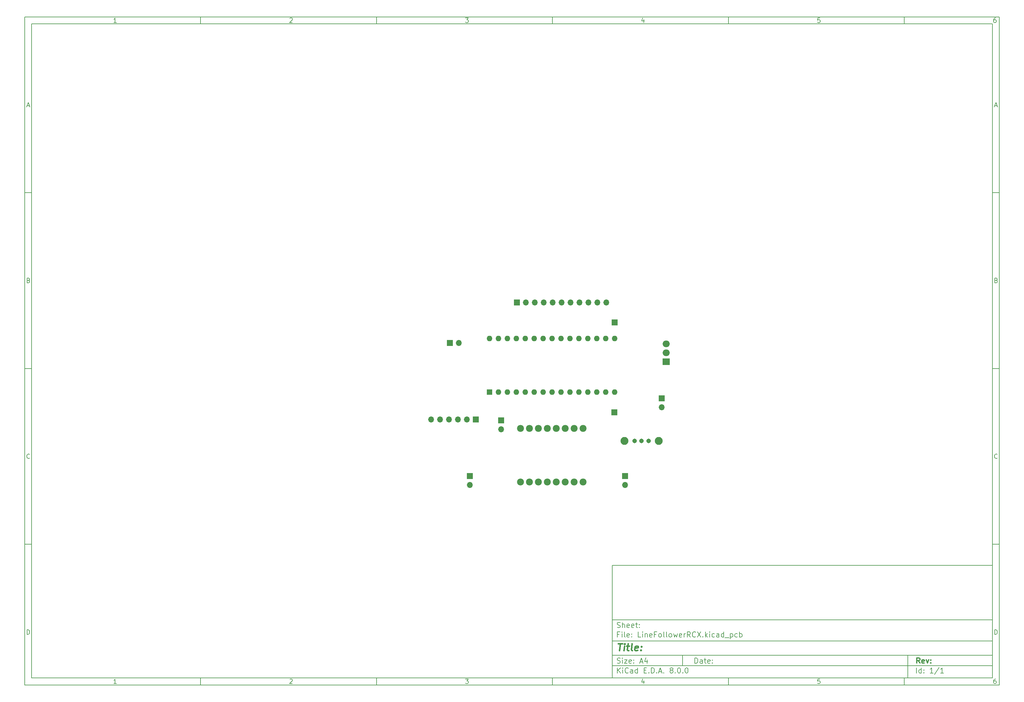
<source format=gbr>
%TF.GenerationSoftware,KiCad,Pcbnew,8.0.0*%
%TF.CreationDate,2024-06-20T13:21:25-03:00*%
%TF.ProjectId,LineFollowerRCX,4c696e65-466f-46c6-9c6f-776572524358,rev?*%
%TF.SameCoordinates,Original*%
%TF.FileFunction,Copper,L2,Bot*%
%TF.FilePolarity,Positive*%
%FSLAX46Y46*%
G04 Gerber Fmt 4.6, Leading zero omitted, Abs format (unit mm)*
G04 Created by KiCad (PCBNEW 8.0.0) date 2024-06-20 13:21:25*
%MOMM*%
%LPD*%
G01*
G04 APERTURE LIST*
%ADD10C,0.100000*%
%ADD11C,0.150000*%
%ADD12C,0.300000*%
%ADD13C,0.400000*%
%TA.AperFunction,ComponentPad*%
%ADD14C,1.980000*%
%TD*%
%TA.AperFunction,ComponentPad*%
%ADD15R,1.700000X1.700000*%
%TD*%
%TA.AperFunction,ComponentPad*%
%ADD16R,1.600000X1.600000*%
%TD*%
%TA.AperFunction,ComponentPad*%
%ADD17O,1.600000X1.600000*%
%TD*%
%TA.AperFunction,ComponentPad*%
%ADD18O,1.700000X1.700000*%
%TD*%
%TA.AperFunction,ComponentPad*%
%ADD19R,2.000000X1.905000*%
%TD*%
%TA.AperFunction,ComponentPad*%
%ADD20O,2.000000X1.905000*%
%TD*%
%TA.AperFunction,ComponentPad*%
%ADD21C,1.308000*%
%TD*%
%TA.AperFunction,ComponentPad*%
%ADD22C,2.250000*%
%TD*%
G04 APERTURE END LIST*
D10*
D11*
X177002200Y-166007200D02*
X285002200Y-166007200D01*
X285002200Y-198007200D01*
X177002200Y-198007200D01*
X177002200Y-166007200D01*
D10*
D11*
X10000000Y-10000000D02*
X287002200Y-10000000D01*
X287002200Y-200007200D01*
X10000000Y-200007200D01*
X10000000Y-10000000D01*
D10*
D11*
X12000000Y-12000000D02*
X285002200Y-12000000D01*
X285002200Y-198007200D01*
X12000000Y-198007200D01*
X12000000Y-12000000D01*
D10*
D11*
X60000000Y-12000000D02*
X60000000Y-10000000D01*
D10*
D11*
X110000000Y-12000000D02*
X110000000Y-10000000D01*
D10*
D11*
X160000000Y-12000000D02*
X160000000Y-10000000D01*
D10*
D11*
X210000000Y-12000000D02*
X210000000Y-10000000D01*
D10*
D11*
X260000000Y-12000000D02*
X260000000Y-10000000D01*
D10*
D11*
X36089160Y-11593604D02*
X35346303Y-11593604D01*
X35717731Y-11593604D02*
X35717731Y-10293604D01*
X35717731Y-10293604D02*
X35593922Y-10479319D01*
X35593922Y-10479319D02*
X35470112Y-10603128D01*
X35470112Y-10603128D02*
X35346303Y-10665033D01*
D10*
D11*
X85346303Y-10417414D02*
X85408207Y-10355509D01*
X85408207Y-10355509D02*
X85532017Y-10293604D01*
X85532017Y-10293604D02*
X85841541Y-10293604D01*
X85841541Y-10293604D02*
X85965350Y-10355509D01*
X85965350Y-10355509D02*
X86027255Y-10417414D01*
X86027255Y-10417414D02*
X86089160Y-10541223D01*
X86089160Y-10541223D02*
X86089160Y-10665033D01*
X86089160Y-10665033D02*
X86027255Y-10850747D01*
X86027255Y-10850747D02*
X85284398Y-11593604D01*
X85284398Y-11593604D02*
X86089160Y-11593604D01*
D10*
D11*
X135284398Y-10293604D02*
X136089160Y-10293604D01*
X136089160Y-10293604D02*
X135655826Y-10788842D01*
X135655826Y-10788842D02*
X135841541Y-10788842D01*
X135841541Y-10788842D02*
X135965350Y-10850747D01*
X135965350Y-10850747D02*
X136027255Y-10912652D01*
X136027255Y-10912652D02*
X136089160Y-11036461D01*
X136089160Y-11036461D02*
X136089160Y-11345985D01*
X136089160Y-11345985D02*
X136027255Y-11469795D01*
X136027255Y-11469795D02*
X135965350Y-11531700D01*
X135965350Y-11531700D02*
X135841541Y-11593604D01*
X135841541Y-11593604D02*
X135470112Y-11593604D01*
X135470112Y-11593604D02*
X135346303Y-11531700D01*
X135346303Y-11531700D02*
X135284398Y-11469795D01*
D10*
D11*
X185965350Y-10726938D02*
X185965350Y-11593604D01*
X185655826Y-10231700D02*
X185346303Y-11160271D01*
X185346303Y-11160271D02*
X186151064Y-11160271D01*
D10*
D11*
X236027255Y-10293604D02*
X235408207Y-10293604D01*
X235408207Y-10293604D02*
X235346303Y-10912652D01*
X235346303Y-10912652D02*
X235408207Y-10850747D01*
X235408207Y-10850747D02*
X235532017Y-10788842D01*
X235532017Y-10788842D02*
X235841541Y-10788842D01*
X235841541Y-10788842D02*
X235965350Y-10850747D01*
X235965350Y-10850747D02*
X236027255Y-10912652D01*
X236027255Y-10912652D02*
X236089160Y-11036461D01*
X236089160Y-11036461D02*
X236089160Y-11345985D01*
X236089160Y-11345985D02*
X236027255Y-11469795D01*
X236027255Y-11469795D02*
X235965350Y-11531700D01*
X235965350Y-11531700D02*
X235841541Y-11593604D01*
X235841541Y-11593604D02*
X235532017Y-11593604D01*
X235532017Y-11593604D02*
X235408207Y-11531700D01*
X235408207Y-11531700D02*
X235346303Y-11469795D01*
D10*
D11*
X285965350Y-10293604D02*
X285717731Y-10293604D01*
X285717731Y-10293604D02*
X285593922Y-10355509D01*
X285593922Y-10355509D02*
X285532017Y-10417414D01*
X285532017Y-10417414D02*
X285408207Y-10603128D01*
X285408207Y-10603128D02*
X285346303Y-10850747D01*
X285346303Y-10850747D02*
X285346303Y-11345985D01*
X285346303Y-11345985D02*
X285408207Y-11469795D01*
X285408207Y-11469795D02*
X285470112Y-11531700D01*
X285470112Y-11531700D02*
X285593922Y-11593604D01*
X285593922Y-11593604D02*
X285841541Y-11593604D01*
X285841541Y-11593604D02*
X285965350Y-11531700D01*
X285965350Y-11531700D02*
X286027255Y-11469795D01*
X286027255Y-11469795D02*
X286089160Y-11345985D01*
X286089160Y-11345985D02*
X286089160Y-11036461D01*
X286089160Y-11036461D02*
X286027255Y-10912652D01*
X286027255Y-10912652D02*
X285965350Y-10850747D01*
X285965350Y-10850747D02*
X285841541Y-10788842D01*
X285841541Y-10788842D02*
X285593922Y-10788842D01*
X285593922Y-10788842D02*
X285470112Y-10850747D01*
X285470112Y-10850747D02*
X285408207Y-10912652D01*
X285408207Y-10912652D02*
X285346303Y-11036461D01*
D10*
D11*
X60000000Y-198007200D02*
X60000000Y-200007200D01*
D10*
D11*
X110000000Y-198007200D02*
X110000000Y-200007200D01*
D10*
D11*
X160000000Y-198007200D02*
X160000000Y-200007200D01*
D10*
D11*
X210000000Y-198007200D02*
X210000000Y-200007200D01*
D10*
D11*
X260000000Y-198007200D02*
X260000000Y-200007200D01*
D10*
D11*
X36089160Y-199600804D02*
X35346303Y-199600804D01*
X35717731Y-199600804D02*
X35717731Y-198300804D01*
X35717731Y-198300804D02*
X35593922Y-198486519D01*
X35593922Y-198486519D02*
X35470112Y-198610328D01*
X35470112Y-198610328D02*
X35346303Y-198672233D01*
D10*
D11*
X85346303Y-198424614D02*
X85408207Y-198362709D01*
X85408207Y-198362709D02*
X85532017Y-198300804D01*
X85532017Y-198300804D02*
X85841541Y-198300804D01*
X85841541Y-198300804D02*
X85965350Y-198362709D01*
X85965350Y-198362709D02*
X86027255Y-198424614D01*
X86027255Y-198424614D02*
X86089160Y-198548423D01*
X86089160Y-198548423D02*
X86089160Y-198672233D01*
X86089160Y-198672233D02*
X86027255Y-198857947D01*
X86027255Y-198857947D02*
X85284398Y-199600804D01*
X85284398Y-199600804D02*
X86089160Y-199600804D01*
D10*
D11*
X135284398Y-198300804D02*
X136089160Y-198300804D01*
X136089160Y-198300804D02*
X135655826Y-198796042D01*
X135655826Y-198796042D02*
X135841541Y-198796042D01*
X135841541Y-198796042D02*
X135965350Y-198857947D01*
X135965350Y-198857947D02*
X136027255Y-198919852D01*
X136027255Y-198919852D02*
X136089160Y-199043661D01*
X136089160Y-199043661D02*
X136089160Y-199353185D01*
X136089160Y-199353185D02*
X136027255Y-199476995D01*
X136027255Y-199476995D02*
X135965350Y-199538900D01*
X135965350Y-199538900D02*
X135841541Y-199600804D01*
X135841541Y-199600804D02*
X135470112Y-199600804D01*
X135470112Y-199600804D02*
X135346303Y-199538900D01*
X135346303Y-199538900D02*
X135284398Y-199476995D01*
D10*
D11*
X185965350Y-198734138D02*
X185965350Y-199600804D01*
X185655826Y-198238900D02*
X185346303Y-199167471D01*
X185346303Y-199167471D02*
X186151064Y-199167471D01*
D10*
D11*
X236027255Y-198300804D02*
X235408207Y-198300804D01*
X235408207Y-198300804D02*
X235346303Y-198919852D01*
X235346303Y-198919852D02*
X235408207Y-198857947D01*
X235408207Y-198857947D02*
X235532017Y-198796042D01*
X235532017Y-198796042D02*
X235841541Y-198796042D01*
X235841541Y-198796042D02*
X235965350Y-198857947D01*
X235965350Y-198857947D02*
X236027255Y-198919852D01*
X236027255Y-198919852D02*
X236089160Y-199043661D01*
X236089160Y-199043661D02*
X236089160Y-199353185D01*
X236089160Y-199353185D02*
X236027255Y-199476995D01*
X236027255Y-199476995D02*
X235965350Y-199538900D01*
X235965350Y-199538900D02*
X235841541Y-199600804D01*
X235841541Y-199600804D02*
X235532017Y-199600804D01*
X235532017Y-199600804D02*
X235408207Y-199538900D01*
X235408207Y-199538900D02*
X235346303Y-199476995D01*
D10*
D11*
X285965350Y-198300804D02*
X285717731Y-198300804D01*
X285717731Y-198300804D02*
X285593922Y-198362709D01*
X285593922Y-198362709D02*
X285532017Y-198424614D01*
X285532017Y-198424614D02*
X285408207Y-198610328D01*
X285408207Y-198610328D02*
X285346303Y-198857947D01*
X285346303Y-198857947D02*
X285346303Y-199353185D01*
X285346303Y-199353185D02*
X285408207Y-199476995D01*
X285408207Y-199476995D02*
X285470112Y-199538900D01*
X285470112Y-199538900D02*
X285593922Y-199600804D01*
X285593922Y-199600804D02*
X285841541Y-199600804D01*
X285841541Y-199600804D02*
X285965350Y-199538900D01*
X285965350Y-199538900D02*
X286027255Y-199476995D01*
X286027255Y-199476995D02*
X286089160Y-199353185D01*
X286089160Y-199353185D02*
X286089160Y-199043661D01*
X286089160Y-199043661D02*
X286027255Y-198919852D01*
X286027255Y-198919852D02*
X285965350Y-198857947D01*
X285965350Y-198857947D02*
X285841541Y-198796042D01*
X285841541Y-198796042D02*
X285593922Y-198796042D01*
X285593922Y-198796042D02*
X285470112Y-198857947D01*
X285470112Y-198857947D02*
X285408207Y-198919852D01*
X285408207Y-198919852D02*
X285346303Y-199043661D01*
D10*
D11*
X10000000Y-60000000D02*
X12000000Y-60000000D01*
D10*
D11*
X10000000Y-110000000D02*
X12000000Y-110000000D01*
D10*
D11*
X10000000Y-160000000D02*
X12000000Y-160000000D01*
D10*
D11*
X10690476Y-35222176D02*
X11309523Y-35222176D01*
X10566666Y-35593604D02*
X10999999Y-34293604D01*
X10999999Y-34293604D02*
X11433333Y-35593604D01*
D10*
D11*
X11092857Y-84912652D02*
X11278571Y-84974557D01*
X11278571Y-84974557D02*
X11340476Y-85036461D01*
X11340476Y-85036461D02*
X11402380Y-85160271D01*
X11402380Y-85160271D02*
X11402380Y-85345985D01*
X11402380Y-85345985D02*
X11340476Y-85469795D01*
X11340476Y-85469795D02*
X11278571Y-85531700D01*
X11278571Y-85531700D02*
X11154761Y-85593604D01*
X11154761Y-85593604D02*
X10659523Y-85593604D01*
X10659523Y-85593604D02*
X10659523Y-84293604D01*
X10659523Y-84293604D02*
X11092857Y-84293604D01*
X11092857Y-84293604D02*
X11216666Y-84355509D01*
X11216666Y-84355509D02*
X11278571Y-84417414D01*
X11278571Y-84417414D02*
X11340476Y-84541223D01*
X11340476Y-84541223D02*
X11340476Y-84665033D01*
X11340476Y-84665033D02*
X11278571Y-84788842D01*
X11278571Y-84788842D02*
X11216666Y-84850747D01*
X11216666Y-84850747D02*
X11092857Y-84912652D01*
X11092857Y-84912652D02*
X10659523Y-84912652D01*
D10*
D11*
X11402380Y-135469795D02*
X11340476Y-135531700D01*
X11340476Y-135531700D02*
X11154761Y-135593604D01*
X11154761Y-135593604D02*
X11030952Y-135593604D01*
X11030952Y-135593604D02*
X10845238Y-135531700D01*
X10845238Y-135531700D02*
X10721428Y-135407890D01*
X10721428Y-135407890D02*
X10659523Y-135284080D01*
X10659523Y-135284080D02*
X10597619Y-135036461D01*
X10597619Y-135036461D02*
X10597619Y-134850747D01*
X10597619Y-134850747D02*
X10659523Y-134603128D01*
X10659523Y-134603128D02*
X10721428Y-134479319D01*
X10721428Y-134479319D02*
X10845238Y-134355509D01*
X10845238Y-134355509D02*
X11030952Y-134293604D01*
X11030952Y-134293604D02*
X11154761Y-134293604D01*
X11154761Y-134293604D02*
X11340476Y-134355509D01*
X11340476Y-134355509D02*
X11402380Y-134417414D01*
D10*
D11*
X10659523Y-185593604D02*
X10659523Y-184293604D01*
X10659523Y-184293604D02*
X10969047Y-184293604D01*
X10969047Y-184293604D02*
X11154761Y-184355509D01*
X11154761Y-184355509D02*
X11278571Y-184479319D01*
X11278571Y-184479319D02*
X11340476Y-184603128D01*
X11340476Y-184603128D02*
X11402380Y-184850747D01*
X11402380Y-184850747D02*
X11402380Y-185036461D01*
X11402380Y-185036461D02*
X11340476Y-185284080D01*
X11340476Y-185284080D02*
X11278571Y-185407890D01*
X11278571Y-185407890D02*
X11154761Y-185531700D01*
X11154761Y-185531700D02*
X10969047Y-185593604D01*
X10969047Y-185593604D02*
X10659523Y-185593604D01*
D10*
D11*
X287002200Y-60000000D02*
X285002200Y-60000000D01*
D10*
D11*
X287002200Y-110000000D02*
X285002200Y-110000000D01*
D10*
D11*
X287002200Y-160000000D02*
X285002200Y-160000000D01*
D10*
D11*
X285692676Y-35222176D02*
X286311723Y-35222176D01*
X285568866Y-35593604D02*
X286002199Y-34293604D01*
X286002199Y-34293604D02*
X286435533Y-35593604D01*
D10*
D11*
X286095057Y-84912652D02*
X286280771Y-84974557D01*
X286280771Y-84974557D02*
X286342676Y-85036461D01*
X286342676Y-85036461D02*
X286404580Y-85160271D01*
X286404580Y-85160271D02*
X286404580Y-85345985D01*
X286404580Y-85345985D02*
X286342676Y-85469795D01*
X286342676Y-85469795D02*
X286280771Y-85531700D01*
X286280771Y-85531700D02*
X286156961Y-85593604D01*
X286156961Y-85593604D02*
X285661723Y-85593604D01*
X285661723Y-85593604D02*
X285661723Y-84293604D01*
X285661723Y-84293604D02*
X286095057Y-84293604D01*
X286095057Y-84293604D02*
X286218866Y-84355509D01*
X286218866Y-84355509D02*
X286280771Y-84417414D01*
X286280771Y-84417414D02*
X286342676Y-84541223D01*
X286342676Y-84541223D02*
X286342676Y-84665033D01*
X286342676Y-84665033D02*
X286280771Y-84788842D01*
X286280771Y-84788842D02*
X286218866Y-84850747D01*
X286218866Y-84850747D02*
X286095057Y-84912652D01*
X286095057Y-84912652D02*
X285661723Y-84912652D01*
D10*
D11*
X286404580Y-135469795D02*
X286342676Y-135531700D01*
X286342676Y-135531700D02*
X286156961Y-135593604D01*
X286156961Y-135593604D02*
X286033152Y-135593604D01*
X286033152Y-135593604D02*
X285847438Y-135531700D01*
X285847438Y-135531700D02*
X285723628Y-135407890D01*
X285723628Y-135407890D02*
X285661723Y-135284080D01*
X285661723Y-135284080D02*
X285599819Y-135036461D01*
X285599819Y-135036461D02*
X285599819Y-134850747D01*
X285599819Y-134850747D02*
X285661723Y-134603128D01*
X285661723Y-134603128D02*
X285723628Y-134479319D01*
X285723628Y-134479319D02*
X285847438Y-134355509D01*
X285847438Y-134355509D02*
X286033152Y-134293604D01*
X286033152Y-134293604D02*
X286156961Y-134293604D01*
X286156961Y-134293604D02*
X286342676Y-134355509D01*
X286342676Y-134355509D02*
X286404580Y-134417414D01*
D10*
D11*
X285661723Y-185593604D02*
X285661723Y-184293604D01*
X285661723Y-184293604D02*
X285971247Y-184293604D01*
X285971247Y-184293604D02*
X286156961Y-184355509D01*
X286156961Y-184355509D02*
X286280771Y-184479319D01*
X286280771Y-184479319D02*
X286342676Y-184603128D01*
X286342676Y-184603128D02*
X286404580Y-184850747D01*
X286404580Y-184850747D02*
X286404580Y-185036461D01*
X286404580Y-185036461D02*
X286342676Y-185284080D01*
X286342676Y-185284080D02*
X286280771Y-185407890D01*
X286280771Y-185407890D02*
X286156961Y-185531700D01*
X286156961Y-185531700D02*
X285971247Y-185593604D01*
X285971247Y-185593604D02*
X285661723Y-185593604D01*
D10*
D11*
X200458026Y-193793328D02*
X200458026Y-192293328D01*
X200458026Y-192293328D02*
X200815169Y-192293328D01*
X200815169Y-192293328D02*
X201029455Y-192364757D01*
X201029455Y-192364757D02*
X201172312Y-192507614D01*
X201172312Y-192507614D02*
X201243741Y-192650471D01*
X201243741Y-192650471D02*
X201315169Y-192936185D01*
X201315169Y-192936185D02*
X201315169Y-193150471D01*
X201315169Y-193150471D02*
X201243741Y-193436185D01*
X201243741Y-193436185D02*
X201172312Y-193579042D01*
X201172312Y-193579042D02*
X201029455Y-193721900D01*
X201029455Y-193721900D02*
X200815169Y-193793328D01*
X200815169Y-193793328D02*
X200458026Y-193793328D01*
X202600884Y-193793328D02*
X202600884Y-193007614D01*
X202600884Y-193007614D02*
X202529455Y-192864757D01*
X202529455Y-192864757D02*
X202386598Y-192793328D01*
X202386598Y-192793328D02*
X202100884Y-192793328D01*
X202100884Y-192793328D02*
X201958026Y-192864757D01*
X202600884Y-193721900D02*
X202458026Y-193793328D01*
X202458026Y-193793328D02*
X202100884Y-193793328D01*
X202100884Y-193793328D02*
X201958026Y-193721900D01*
X201958026Y-193721900D02*
X201886598Y-193579042D01*
X201886598Y-193579042D02*
X201886598Y-193436185D01*
X201886598Y-193436185D02*
X201958026Y-193293328D01*
X201958026Y-193293328D02*
X202100884Y-193221900D01*
X202100884Y-193221900D02*
X202458026Y-193221900D01*
X202458026Y-193221900D02*
X202600884Y-193150471D01*
X203100884Y-192793328D02*
X203672312Y-192793328D01*
X203315169Y-192293328D02*
X203315169Y-193579042D01*
X203315169Y-193579042D02*
X203386598Y-193721900D01*
X203386598Y-193721900D02*
X203529455Y-193793328D01*
X203529455Y-193793328D02*
X203672312Y-193793328D01*
X204743741Y-193721900D02*
X204600884Y-193793328D01*
X204600884Y-193793328D02*
X204315170Y-193793328D01*
X204315170Y-193793328D02*
X204172312Y-193721900D01*
X204172312Y-193721900D02*
X204100884Y-193579042D01*
X204100884Y-193579042D02*
X204100884Y-193007614D01*
X204100884Y-193007614D02*
X204172312Y-192864757D01*
X204172312Y-192864757D02*
X204315170Y-192793328D01*
X204315170Y-192793328D02*
X204600884Y-192793328D01*
X204600884Y-192793328D02*
X204743741Y-192864757D01*
X204743741Y-192864757D02*
X204815170Y-193007614D01*
X204815170Y-193007614D02*
X204815170Y-193150471D01*
X204815170Y-193150471D02*
X204100884Y-193293328D01*
X205458026Y-193650471D02*
X205529455Y-193721900D01*
X205529455Y-193721900D02*
X205458026Y-193793328D01*
X205458026Y-193793328D02*
X205386598Y-193721900D01*
X205386598Y-193721900D02*
X205458026Y-193650471D01*
X205458026Y-193650471D02*
X205458026Y-193793328D01*
X205458026Y-192864757D02*
X205529455Y-192936185D01*
X205529455Y-192936185D02*
X205458026Y-193007614D01*
X205458026Y-193007614D02*
X205386598Y-192936185D01*
X205386598Y-192936185D02*
X205458026Y-192864757D01*
X205458026Y-192864757D02*
X205458026Y-193007614D01*
D10*
D11*
X177002200Y-194507200D02*
X285002200Y-194507200D01*
D10*
D11*
X178458026Y-196593328D02*
X178458026Y-195093328D01*
X179315169Y-196593328D02*
X178672312Y-195736185D01*
X179315169Y-195093328D02*
X178458026Y-195950471D01*
X179958026Y-196593328D02*
X179958026Y-195593328D01*
X179958026Y-195093328D02*
X179886598Y-195164757D01*
X179886598Y-195164757D02*
X179958026Y-195236185D01*
X179958026Y-195236185D02*
X180029455Y-195164757D01*
X180029455Y-195164757D02*
X179958026Y-195093328D01*
X179958026Y-195093328D02*
X179958026Y-195236185D01*
X181529455Y-196450471D02*
X181458027Y-196521900D01*
X181458027Y-196521900D02*
X181243741Y-196593328D01*
X181243741Y-196593328D02*
X181100884Y-196593328D01*
X181100884Y-196593328D02*
X180886598Y-196521900D01*
X180886598Y-196521900D02*
X180743741Y-196379042D01*
X180743741Y-196379042D02*
X180672312Y-196236185D01*
X180672312Y-196236185D02*
X180600884Y-195950471D01*
X180600884Y-195950471D02*
X180600884Y-195736185D01*
X180600884Y-195736185D02*
X180672312Y-195450471D01*
X180672312Y-195450471D02*
X180743741Y-195307614D01*
X180743741Y-195307614D02*
X180886598Y-195164757D01*
X180886598Y-195164757D02*
X181100884Y-195093328D01*
X181100884Y-195093328D02*
X181243741Y-195093328D01*
X181243741Y-195093328D02*
X181458027Y-195164757D01*
X181458027Y-195164757D02*
X181529455Y-195236185D01*
X182815170Y-196593328D02*
X182815170Y-195807614D01*
X182815170Y-195807614D02*
X182743741Y-195664757D01*
X182743741Y-195664757D02*
X182600884Y-195593328D01*
X182600884Y-195593328D02*
X182315170Y-195593328D01*
X182315170Y-195593328D02*
X182172312Y-195664757D01*
X182815170Y-196521900D02*
X182672312Y-196593328D01*
X182672312Y-196593328D02*
X182315170Y-196593328D01*
X182315170Y-196593328D02*
X182172312Y-196521900D01*
X182172312Y-196521900D02*
X182100884Y-196379042D01*
X182100884Y-196379042D02*
X182100884Y-196236185D01*
X182100884Y-196236185D02*
X182172312Y-196093328D01*
X182172312Y-196093328D02*
X182315170Y-196021900D01*
X182315170Y-196021900D02*
X182672312Y-196021900D01*
X182672312Y-196021900D02*
X182815170Y-195950471D01*
X184172313Y-196593328D02*
X184172313Y-195093328D01*
X184172313Y-196521900D02*
X184029455Y-196593328D01*
X184029455Y-196593328D02*
X183743741Y-196593328D01*
X183743741Y-196593328D02*
X183600884Y-196521900D01*
X183600884Y-196521900D02*
X183529455Y-196450471D01*
X183529455Y-196450471D02*
X183458027Y-196307614D01*
X183458027Y-196307614D02*
X183458027Y-195879042D01*
X183458027Y-195879042D02*
X183529455Y-195736185D01*
X183529455Y-195736185D02*
X183600884Y-195664757D01*
X183600884Y-195664757D02*
X183743741Y-195593328D01*
X183743741Y-195593328D02*
X184029455Y-195593328D01*
X184029455Y-195593328D02*
X184172313Y-195664757D01*
X186029455Y-195807614D02*
X186529455Y-195807614D01*
X186743741Y-196593328D02*
X186029455Y-196593328D01*
X186029455Y-196593328D02*
X186029455Y-195093328D01*
X186029455Y-195093328D02*
X186743741Y-195093328D01*
X187386598Y-196450471D02*
X187458027Y-196521900D01*
X187458027Y-196521900D02*
X187386598Y-196593328D01*
X187386598Y-196593328D02*
X187315170Y-196521900D01*
X187315170Y-196521900D02*
X187386598Y-196450471D01*
X187386598Y-196450471D02*
X187386598Y-196593328D01*
X188100884Y-196593328D02*
X188100884Y-195093328D01*
X188100884Y-195093328D02*
X188458027Y-195093328D01*
X188458027Y-195093328D02*
X188672313Y-195164757D01*
X188672313Y-195164757D02*
X188815170Y-195307614D01*
X188815170Y-195307614D02*
X188886599Y-195450471D01*
X188886599Y-195450471D02*
X188958027Y-195736185D01*
X188958027Y-195736185D02*
X188958027Y-195950471D01*
X188958027Y-195950471D02*
X188886599Y-196236185D01*
X188886599Y-196236185D02*
X188815170Y-196379042D01*
X188815170Y-196379042D02*
X188672313Y-196521900D01*
X188672313Y-196521900D02*
X188458027Y-196593328D01*
X188458027Y-196593328D02*
X188100884Y-196593328D01*
X189600884Y-196450471D02*
X189672313Y-196521900D01*
X189672313Y-196521900D02*
X189600884Y-196593328D01*
X189600884Y-196593328D02*
X189529456Y-196521900D01*
X189529456Y-196521900D02*
X189600884Y-196450471D01*
X189600884Y-196450471D02*
X189600884Y-196593328D01*
X190243742Y-196164757D02*
X190958028Y-196164757D01*
X190100885Y-196593328D02*
X190600885Y-195093328D01*
X190600885Y-195093328D02*
X191100885Y-196593328D01*
X191600884Y-196450471D02*
X191672313Y-196521900D01*
X191672313Y-196521900D02*
X191600884Y-196593328D01*
X191600884Y-196593328D02*
X191529456Y-196521900D01*
X191529456Y-196521900D02*
X191600884Y-196450471D01*
X191600884Y-196450471D02*
X191600884Y-196593328D01*
X193672313Y-195736185D02*
X193529456Y-195664757D01*
X193529456Y-195664757D02*
X193458027Y-195593328D01*
X193458027Y-195593328D02*
X193386599Y-195450471D01*
X193386599Y-195450471D02*
X193386599Y-195379042D01*
X193386599Y-195379042D02*
X193458027Y-195236185D01*
X193458027Y-195236185D02*
X193529456Y-195164757D01*
X193529456Y-195164757D02*
X193672313Y-195093328D01*
X193672313Y-195093328D02*
X193958027Y-195093328D01*
X193958027Y-195093328D02*
X194100885Y-195164757D01*
X194100885Y-195164757D02*
X194172313Y-195236185D01*
X194172313Y-195236185D02*
X194243742Y-195379042D01*
X194243742Y-195379042D02*
X194243742Y-195450471D01*
X194243742Y-195450471D02*
X194172313Y-195593328D01*
X194172313Y-195593328D02*
X194100885Y-195664757D01*
X194100885Y-195664757D02*
X193958027Y-195736185D01*
X193958027Y-195736185D02*
X193672313Y-195736185D01*
X193672313Y-195736185D02*
X193529456Y-195807614D01*
X193529456Y-195807614D02*
X193458027Y-195879042D01*
X193458027Y-195879042D02*
X193386599Y-196021900D01*
X193386599Y-196021900D02*
X193386599Y-196307614D01*
X193386599Y-196307614D02*
X193458027Y-196450471D01*
X193458027Y-196450471D02*
X193529456Y-196521900D01*
X193529456Y-196521900D02*
X193672313Y-196593328D01*
X193672313Y-196593328D02*
X193958027Y-196593328D01*
X193958027Y-196593328D02*
X194100885Y-196521900D01*
X194100885Y-196521900D02*
X194172313Y-196450471D01*
X194172313Y-196450471D02*
X194243742Y-196307614D01*
X194243742Y-196307614D02*
X194243742Y-196021900D01*
X194243742Y-196021900D02*
X194172313Y-195879042D01*
X194172313Y-195879042D02*
X194100885Y-195807614D01*
X194100885Y-195807614D02*
X193958027Y-195736185D01*
X194886598Y-196450471D02*
X194958027Y-196521900D01*
X194958027Y-196521900D02*
X194886598Y-196593328D01*
X194886598Y-196593328D02*
X194815170Y-196521900D01*
X194815170Y-196521900D02*
X194886598Y-196450471D01*
X194886598Y-196450471D02*
X194886598Y-196593328D01*
X195886599Y-195093328D02*
X196029456Y-195093328D01*
X196029456Y-195093328D02*
X196172313Y-195164757D01*
X196172313Y-195164757D02*
X196243742Y-195236185D01*
X196243742Y-195236185D02*
X196315170Y-195379042D01*
X196315170Y-195379042D02*
X196386599Y-195664757D01*
X196386599Y-195664757D02*
X196386599Y-196021900D01*
X196386599Y-196021900D02*
X196315170Y-196307614D01*
X196315170Y-196307614D02*
X196243742Y-196450471D01*
X196243742Y-196450471D02*
X196172313Y-196521900D01*
X196172313Y-196521900D02*
X196029456Y-196593328D01*
X196029456Y-196593328D02*
X195886599Y-196593328D01*
X195886599Y-196593328D02*
X195743742Y-196521900D01*
X195743742Y-196521900D02*
X195672313Y-196450471D01*
X195672313Y-196450471D02*
X195600884Y-196307614D01*
X195600884Y-196307614D02*
X195529456Y-196021900D01*
X195529456Y-196021900D02*
X195529456Y-195664757D01*
X195529456Y-195664757D02*
X195600884Y-195379042D01*
X195600884Y-195379042D02*
X195672313Y-195236185D01*
X195672313Y-195236185D02*
X195743742Y-195164757D01*
X195743742Y-195164757D02*
X195886599Y-195093328D01*
X197029455Y-196450471D02*
X197100884Y-196521900D01*
X197100884Y-196521900D02*
X197029455Y-196593328D01*
X197029455Y-196593328D02*
X196958027Y-196521900D01*
X196958027Y-196521900D02*
X197029455Y-196450471D01*
X197029455Y-196450471D02*
X197029455Y-196593328D01*
X198029456Y-195093328D02*
X198172313Y-195093328D01*
X198172313Y-195093328D02*
X198315170Y-195164757D01*
X198315170Y-195164757D02*
X198386599Y-195236185D01*
X198386599Y-195236185D02*
X198458027Y-195379042D01*
X198458027Y-195379042D02*
X198529456Y-195664757D01*
X198529456Y-195664757D02*
X198529456Y-196021900D01*
X198529456Y-196021900D02*
X198458027Y-196307614D01*
X198458027Y-196307614D02*
X198386599Y-196450471D01*
X198386599Y-196450471D02*
X198315170Y-196521900D01*
X198315170Y-196521900D02*
X198172313Y-196593328D01*
X198172313Y-196593328D02*
X198029456Y-196593328D01*
X198029456Y-196593328D02*
X197886599Y-196521900D01*
X197886599Y-196521900D02*
X197815170Y-196450471D01*
X197815170Y-196450471D02*
X197743741Y-196307614D01*
X197743741Y-196307614D02*
X197672313Y-196021900D01*
X197672313Y-196021900D02*
X197672313Y-195664757D01*
X197672313Y-195664757D02*
X197743741Y-195379042D01*
X197743741Y-195379042D02*
X197815170Y-195236185D01*
X197815170Y-195236185D02*
X197886599Y-195164757D01*
X197886599Y-195164757D02*
X198029456Y-195093328D01*
D10*
D11*
X177002200Y-191507200D02*
X285002200Y-191507200D01*
D10*
D12*
X264413853Y-193785528D02*
X263913853Y-193071242D01*
X263556710Y-193785528D02*
X263556710Y-192285528D01*
X263556710Y-192285528D02*
X264128139Y-192285528D01*
X264128139Y-192285528D02*
X264270996Y-192356957D01*
X264270996Y-192356957D02*
X264342425Y-192428385D01*
X264342425Y-192428385D02*
X264413853Y-192571242D01*
X264413853Y-192571242D02*
X264413853Y-192785528D01*
X264413853Y-192785528D02*
X264342425Y-192928385D01*
X264342425Y-192928385D02*
X264270996Y-192999814D01*
X264270996Y-192999814D02*
X264128139Y-193071242D01*
X264128139Y-193071242D02*
X263556710Y-193071242D01*
X265628139Y-193714100D02*
X265485282Y-193785528D01*
X265485282Y-193785528D02*
X265199568Y-193785528D01*
X265199568Y-193785528D02*
X265056710Y-193714100D01*
X265056710Y-193714100D02*
X264985282Y-193571242D01*
X264985282Y-193571242D02*
X264985282Y-192999814D01*
X264985282Y-192999814D02*
X265056710Y-192856957D01*
X265056710Y-192856957D02*
X265199568Y-192785528D01*
X265199568Y-192785528D02*
X265485282Y-192785528D01*
X265485282Y-192785528D02*
X265628139Y-192856957D01*
X265628139Y-192856957D02*
X265699568Y-192999814D01*
X265699568Y-192999814D02*
X265699568Y-193142671D01*
X265699568Y-193142671D02*
X264985282Y-193285528D01*
X266199567Y-192785528D02*
X266556710Y-193785528D01*
X266556710Y-193785528D02*
X266913853Y-192785528D01*
X267485281Y-193642671D02*
X267556710Y-193714100D01*
X267556710Y-193714100D02*
X267485281Y-193785528D01*
X267485281Y-193785528D02*
X267413853Y-193714100D01*
X267413853Y-193714100D02*
X267485281Y-193642671D01*
X267485281Y-193642671D02*
X267485281Y-193785528D01*
X267485281Y-192856957D02*
X267556710Y-192928385D01*
X267556710Y-192928385D02*
X267485281Y-192999814D01*
X267485281Y-192999814D02*
X267413853Y-192928385D01*
X267413853Y-192928385D02*
X267485281Y-192856957D01*
X267485281Y-192856957D02*
X267485281Y-192999814D01*
D10*
D11*
X178386598Y-193721900D02*
X178600884Y-193793328D01*
X178600884Y-193793328D02*
X178958026Y-193793328D01*
X178958026Y-193793328D02*
X179100884Y-193721900D01*
X179100884Y-193721900D02*
X179172312Y-193650471D01*
X179172312Y-193650471D02*
X179243741Y-193507614D01*
X179243741Y-193507614D02*
X179243741Y-193364757D01*
X179243741Y-193364757D02*
X179172312Y-193221900D01*
X179172312Y-193221900D02*
X179100884Y-193150471D01*
X179100884Y-193150471D02*
X178958026Y-193079042D01*
X178958026Y-193079042D02*
X178672312Y-193007614D01*
X178672312Y-193007614D02*
X178529455Y-192936185D01*
X178529455Y-192936185D02*
X178458026Y-192864757D01*
X178458026Y-192864757D02*
X178386598Y-192721900D01*
X178386598Y-192721900D02*
X178386598Y-192579042D01*
X178386598Y-192579042D02*
X178458026Y-192436185D01*
X178458026Y-192436185D02*
X178529455Y-192364757D01*
X178529455Y-192364757D02*
X178672312Y-192293328D01*
X178672312Y-192293328D02*
X179029455Y-192293328D01*
X179029455Y-192293328D02*
X179243741Y-192364757D01*
X179886597Y-193793328D02*
X179886597Y-192793328D01*
X179886597Y-192293328D02*
X179815169Y-192364757D01*
X179815169Y-192364757D02*
X179886597Y-192436185D01*
X179886597Y-192436185D02*
X179958026Y-192364757D01*
X179958026Y-192364757D02*
X179886597Y-192293328D01*
X179886597Y-192293328D02*
X179886597Y-192436185D01*
X180458026Y-192793328D02*
X181243741Y-192793328D01*
X181243741Y-192793328D02*
X180458026Y-193793328D01*
X180458026Y-193793328D02*
X181243741Y-193793328D01*
X182386598Y-193721900D02*
X182243741Y-193793328D01*
X182243741Y-193793328D02*
X181958027Y-193793328D01*
X181958027Y-193793328D02*
X181815169Y-193721900D01*
X181815169Y-193721900D02*
X181743741Y-193579042D01*
X181743741Y-193579042D02*
X181743741Y-193007614D01*
X181743741Y-193007614D02*
X181815169Y-192864757D01*
X181815169Y-192864757D02*
X181958027Y-192793328D01*
X181958027Y-192793328D02*
X182243741Y-192793328D01*
X182243741Y-192793328D02*
X182386598Y-192864757D01*
X182386598Y-192864757D02*
X182458027Y-193007614D01*
X182458027Y-193007614D02*
X182458027Y-193150471D01*
X182458027Y-193150471D02*
X181743741Y-193293328D01*
X183100883Y-193650471D02*
X183172312Y-193721900D01*
X183172312Y-193721900D02*
X183100883Y-193793328D01*
X183100883Y-193793328D02*
X183029455Y-193721900D01*
X183029455Y-193721900D02*
X183100883Y-193650471D01*
X183100883Y-193650471D02*
X183100883Y-193793328D01*
X183100883Y-192864757D02*
X183172312Y-192936185D01*
X183172312Y-192936185D02*
X183100883Y-193007614D01*
X183100883Y-193007614D02*
X183029455Y-192936185D01*
X183029455Y-192936185D02*
X183100883Y-192864757D01*
X183100883Y-192864757D02*
X183100883Y-193007614D01*
X184886598Y-193364757D02*
X185600884Y-193364757D01*
X184743741Y-193793328D02*
X185243741Y-192293328D01*
X185243741Y-192293328D02*
X185743741Y-193793328D01*
X186886598Y-192793328D02*
X186886598Y-193793328D01*
X186529455Y-192221900D02*
X186172312Y-193293328D01*
X186172312Y-193293328D02*
X187100883Y-193293328D01*
D10*
D11*
X263458026Y-196593328D02*
X263458026Y-195093328D01*
X264815170Y-196593328D02*
X264815170Y-195093328D01*
X264815170Y-196521900D02*
X264672312Y-196593328D01*
X264672312Y-196593328D02*
X264386598Y-196593328D01*
X264386598Y-196593328D02*
X264243741Y-196521900D01*
X264243741Y-196521900D02*
X264172312Y-196450471D01*
X264172312Y-196450471D02*
X264100884Y-196307614D01*
X264100884Y-196307614D02*
X264100884Y-195879042D01*
X264100884Y-195879042D02*
X264172312Y-195736185D01*
X264172312Y-195736185D02*
X264243741Y-195664757D01*
X264243741Y-195664757D02*
X264386598Y-195593328D01*
X264386598Y-195593328D02*
X264672312Y-195593328D01*
X264672312Y-195593328D02*
X264815170Y-195664757D01*
X265529455Y-196450471D02*
X265600884Y-196521900D01*
X265600884Y-196521900D02*
X265529455Y-196593328D01*
X265529455Y-196593328D02*
X265458027Y-196521900D01*
X265458027Y-196521900D02*
X265529455Y-196450471D01*
X265529455Y-196450471D02*
X265529455Y-196593328D01*
X265529455Y-195664757D02*
X265600884Y-195736185D01*
X265600884Y-195736185D02*
X265529455Y-195807614D01*
X265529455Y-195807614D02*
X265458027Y-195736185D01*
X265458027Y-195736185D02*
X265529455Y-195664757D01*
X265529455Y-195664757D02*
X265529455Y-195807614D01*
X268172313Y-196593328D02*
X267315170Y-196593328D01*
X267743741Y-196593328D02*
X267743741Y-195093328D01*
X267743741Y-195093328D02*
X267600884Y-195307614D01*
X267600884Y-195307614D02*
X267458027Y-195450471D01*
X267458027Y-195450471D02*
X267315170Y-195521900D01*
X269886598Y-195021900D02*
X268600884Y-196950471D01*
X271172313Y-196593328D02*
X270315170Y-196593328D01*
X270743741Y-196593328D02*
X270743741Y-195093328D01*
X270743741Y-195093328D02*
X270600884Y-195307614D01*
X270600884Y-195307614D02*
X270458027Y-195450471D01*
X270458027Y-195450471D02*
X270315170Y-195521900D01*
D10*
D11*
X177002200Y-187507200D02*
X285002200Y-187507200D01*
D10*
D13*
X178693928Y-188211638D02*
X179836785Y-188211638D01*
X179015357Y-190211638D02*
X179265357Y-188211638D01*
X180253452Y-190211638D02*
X180420119Y-188878304D01*
X180503452Y-188211638D02*
X180396309Y-188306876D01*
X180396309Y-188306876D02*
X180479643Y-188402114D01*
X180479643Y-188402114D02*
X180586786Y-188306876D01*
X180586786Y-188306876D02*
X180503452Y-188211638D01*
X180503452Y-188211638D02*
X180479643Y-188402114D01*
X181086786Y-188878304D02*
X181848690Y-188878304D01*
X181455833Y-188211638D02*
X181241548Y-189925923D01*
X181241548Y-189925923D02*
X181312976Y-190116400D01*
X181312976Y-190116400D02*
X181491548Y-190211638D01*
X181491548Y-190211638D02*
X181682024Y-190211638D01*
X182634405Y-190211638D02*
X182455833Y-190116400D01*
X182455833Y-190116400D02*
X182384405Y-189925923D01*
X182384405Y-189925923D02*
X182598690Y-188211638D01*
X184170119Y-190116400D02*
X183967738Y-190211638D01*
X183967738Y-190211638D02*
X183586785Y-190211638D01*
X183586785Y-190211638D02*
X183408214Y-190116400D01*
X183408214Y-190116400D02*
X183336785Y-189925923D01*
X183336785Y-189925923D02*
X183432024Y-189164019D01*
X183432024Y-189164019D02*
X183551071Y-188973542D01*
X183551071Y-188973542D02*
X183753452Y-188878304D01*
X183753452Y-188878304D02*
X184134404Y-188878304D01*
X184134404Y-188878304D02*
X184312976Y-188973542D01*
X184312976Y-188973542D02*
X184384404Y-189164019D01*
X184384404Y-189164019D02*
X184360595Y-189354495D01*
X184360595Y-189354495D02*
X183384404Y-189544971D01*
X185134405Y-190021161D02*
X185217738Y-190116400D01*
X185217738Y-190116400D02*
X185110595Y-190211638D01*
X185110595Y-190211638D02*
X185027262Y-190116400D01*
X185027262Y-190116400D02*
X185134405Y-190021161D01*
X185134405Y-190021161D02*
X185110595Y-190211638D01*
X185265357Y-188973542D02*
X185348690Y-189068780D01*
X185348690Y-189068780D02*
X185241548Y-189164019D01*
X185241548Y-189164019D02*
X185158214Y-189068780D01*
X185158214Y-189068780D02*
X185265357Y-188973542D01*
X185265357Y-188973542D02*
X185241548Y-189164019D01*
D10*
D11*
X178958026Y-185607614D02*
X178458026Y-185607614D01*
X178458026Y-186393328D02*
X178458026Y-184893328D01*
X178458026Y-184893328D02*
X179172312Y-184893328D01*
X179743740Y-186393328D02*
X179743740Y-185393328D01*
X179743740Y-184893328D02*
X179672312Y-184964757D01*
X179672312Y-184964757D02*
X179743740Y-185036185D01*
X179743740Y-185036185D02*
X179815169Y-184964757D01*
X179815169Y-184964757D02*
X179743740Y-184893328D01*
X179743740Y-184893328D02*
X179743740Y-185036185D01*
X180672312Y-186393328D02*
X180529455Y-186321900D01*
X180529455Y-186321900D02*
X180458026Y-186179042D01*
X180458026Y-186179042D02*
X180458026Y-184893328D01*
X181815169Y-186321900D02*
X181672312Y-186393328D01*
X181672312Y-186393328D02*
X181386598Y-186393328D01*
X181386598Y-186393328D02*
X181243740Y-186321900D01*
X181243740Y-186321900D02*
X181172312Y-186179042D01*
X181172312Y-186179042D02*
X181172312Y-185607614D01*
X181172312Y-185607614D02*
X181243740Y-185464757D01*
X181243740Y-185464757D02*
X181386598Y-185393328D01*
X181386598Y-185393328D02*
X181672312Y-185393328D01*
X181672312Y-185393328D02*
X181815169Y-185464757D01*
X181815169Y-185464757D02*
X181886598Y-185607614D01*
X181886598Y-185607614D02*
X181886598Y-185750471D01*
X181886598Y-185750471D02*
X181172312Y-185893328D01*
X182529454Y-186250471D02*
X182600883Y-186321900D01*
X182600883Y-186321900D02*
X182529454Y-186393328D01*
X182529454Y-186393328D02*
X182458026Y-186321900D01*
X182458026Y-186321900D02*
X182529454Y-186250471D01*
X182529454Y-186250471D02*
X182529454Y-186393328D01*
X182529454Y-185464757D02*
X182600883Y-185536185D01*
X182600883Y-185536185D02*
X182529454Y-185607614D01*
X182529454Y-185607614D02*
X182458026Y-185536185D01*
X182458026Y-185536185D02*
X182529454Y-185464757D01*
X182529454Y-185464757D02*
X182529454Y-185607614D01*
X185100883Y-186393328D02*
X184386597Y-186393328D01*
X184386597Y-186393328D02*
X184386597Y-184893328D01*
X185600883Y-186393328D02*
X185600883Y-185393328D01*
X185600883Y-184893328D02*
X185529455Y-184964757D01*
X185529455Y-184964757D02*
X185600883Y-185036185D01*
X185600883Y-185036185D02*
X185672312Y-184964757D01*
X185672312Y-184964757D02*
X185600883Y-184893328D01*
X185600883Y-184893328D02*
X185600883Y-185036185D01*
X186315169Y-185393328D02*
X186315169Y-186393328D01*
X186315169Y-185536185D02*
X186386598Y-185464757D01*
X186386598Y-185464757D02*
X186529455Y-185393328D01*
X186529455Y-185393328D02*
X186743741Y-185393328D01*
X186743741Y-185393328D02*
X186886598Y-185464757D01*
X186886598Y-185464757D02*
X186958027Y-185607614D01*
X186958027Y-185607614D02*
X186958027Y-186393328D01*
X188243741Y-186321900D02*
X188100884Y-186393328D01*
X188100884Y-186393328D02*
X187815170Y-186393328D01*
X187815170Y-186393328D02*
X187672312Y-186321900D01*
X187672312Y-186321900D02*
X187600884Y-186179042D01*
X187600884Y-186179042D02*
X187600884Y-185607614D01*
X187600884Y-185607614D02*
X187672312Y-185464757D01*
X187672312Y-185464757D02*
X187815170Y-185393328D01*
X187815170Y-185393328D02*
X188100884Y-185393328D01*
X188100884Y-185393328D02*
X188243741Y-185464757D01*
X188243741Y-185464757D02*
X188315170Y-185607614D01*
X188315170Y-185607614D02*
X188315170Y-185750471D01*
X188315170Y-185750471D02*
X187600884Y-185893328D01*
X189458026Y-185607614D02*
X188958026Y-185607614D01*
X188958026Y-186393328D02*
X188958026Y-184893328D01*
X188958026Y-184893328D02*
X189672312Y-184893328D01*
X190458026Y-186393328D02*
X190315169Y-186321900D01*
X190315169Y-186321900D02*
X190243740Y-186250471D01*
X190243740Y-186250471D02*
X190172312Y-186107614D01*
X190172312Y-186107614D02*
X190172312Y-185679042D01*
X190172312Y-185679042D02*
X190243740Y-185536185D01*
X190243740Y-185536185D02*
X190315169Y-185464757D01*
X190315169Y-185464757D02*
X190458026Y-185393328D01*
X190458026Y-185393328D02*
X190672312Y-185393328D01*
X190672312Y-185393328D02*
X190815169Y-185464757D01*
X190815169Y-185464757D02*
X190886598Y-185536185D01*
X190886598Y-185536185D02*
X190958026Y-185679042D01*
X190958026Y-185679042D02*
X190958026Y-186107614D01*
X190958026Y-186107614D02*
X190886598Y-186250471D01*
X190886598Y-186250471D02*
X190815169Y-186321900D01*
X190815169Y-186321900D02*
X190672312Y-186393328D01*
X190672312Y-186393328D02*
X190458026Y-186393328D01*
X191815169Y-186393328D02*
X191672312Y-186321900D01*
X191672312Y-186321900D02*
X191600883Y-186179042D01*
X191600883Y-186179042D02*
X191600883Y-184893328D01*
X192600883Y-186393328D02*
X192458026Y-186321900D01*
X192458026Y-186321900D02*
X192386597Y-186179042D01*
X192386597Y-186179042D02*
X192386597Y-184893328D01*
X193386597Y-186393328D02*
X193243740Y-186321900D01*
X193243740Y-186321900D02*
X193172311Y-186250471D01*
X193172311Y-186250471D02*
X193100883Y-186107614D01*
X193100883Y-186107614D02*
X193100883Y-185679042D01*
X193100883Y-185679042D02*
X193172311Y-185536185D01*
X193172311Y-185536185D02*
X193243740Y-185464757D01*
X193243740Y-185464757D02*
X193386597Y-185393328D01*
X193386597Y-185393328D02*
X193600883Y-185393328D01*
X193600883Y-185393328D02*
X193743740Y-185464757D01*
X193743740Y-185464757D02*
X193815169Y-185536185D01*
X193815169Y-185536185D02*
X193886597Y-185679042D01*
X193886597Y-185679042D02*
X193886597Y-186107614D01*
X193886597Y-186107614D02*
X193815169Y-186250471D01*
X193815169Y-186250471D02*
X193743740Y-186321900D01*
X193743740Y-186321900D02*
X193600883Y-186393328D01*
X193600883Y-186393328D02*
X193386597Y-186393328D01*
X194386597Y-185393328D02*
X194672312Y-186393328D01*
X194672312Y-186393328D02*
X194958026Y-185679042D01*
X194958026Y-185679042D02*
X195243740Y-186393328D01*
X195243740Y-186393328D02*
X195529454Y-185393328D01*
X196672312Y-186321900D02*
X196529455Y-186393328D01*
X196529455Y-186393328D02*
X196243741Y-186393328D01*
X196243741Y-186393328D02*
X196100883Y-186321900D01*
X196100883Y-186321900D02*
X196029455Y-186179042D01*
X196029455Y-186179042D02*
X196029455Y-185607614D01*
X196029455Y-185607614D02*
X196100883Y-185464757D01*
X196100883Y-185464757D02*
X196243741Y-185393328D01*
X196243741Y-185393328D02*
X196529455Y-185393328D01*
X196529455Y-185393328D02*
X196672312Y-185464757D01*
X196672312Y-185464757D02*
X196743741Y-185607614D01*
X196743741Y-185607614D02*
X196743741Y-185750471D01*
X196743741Y-185750471D02*
X196029455Y-185893328D01*
X197386597Y-186393328D02*
X197386597Y-185393328D01*
X197386597Y-185679042D02*
X197458026Y-185536185D01*
X197458026Y-185536185D02*
X197529455Y-185464757D01*
X197529455Y-185464757D02*
X197672312Y-185393328D01*
X197672312Y-185393328D02*
X197815169Y-185393328D01*
X199172311Y-186393328D02*
X198672311Y-185679042D01*
X198315168Y-186393328D02*
X198315168Y-184893328D01*
X198315168Y-184893328D02*
X198886597Y-184893328D01*
X198886597Y-184893328D02*
X199029454Y-184964757D01*
X199029454Y-184964757D02*
X199100883Y-185036185D01*
X199100883Y-185036185D02*
X199172311Y-185179042D01*
X199172311Y-185179042D02*
X199172311Y-185393328D01*
X199172311Y-185393328D02*
X199100883Y-185536185D01*
X199100883Y-185536185D02*
X199029454Y-185607614D01*
X199029454Y-185607614D02*
X198886597Y-185679042D01*
X198886597Y-185679042D02*
X198315168Y-185679042D01*
X200672311Y-186250471D02*
X200600883Y-186321900D01*
X200600883Y-186321900D02*
X200386597Y-186393328D01*
X200386597Y-186393328D02*
X200243740Y-186393328D01*
X200243740Y-186393328D02*
X200029454Y-186321900D01*
X200029454Y-186321900D02*
X199886597Y-186179042D01*
X199886597Y-186179042D02*
X199815168Y-186036185D01*
X199815168Y-186036185D02*
X199743740Y-185750471D01*
X199743740Y-185750471D02*
X199743740Y-185536185D01*
X199743740Y-185536185D02*
X199815168Y-185250471D01*
X199815168Y-185250471D02*
X199886597Y-185107614D01*
X199886597Y-185107614D02*
X200029454Y-184964757D01*
X200029454Y-184964757D02*
X200243740Y-184893328D01*
X200243740Y-184893328D02*
X200386597Y-184893328D01*
X200386597Y-184893328D02*
X200600883Y-184964757D01*
X200600883Y-184964757D02*
X200672311Y-185036185D01*
X201172311Y-184893328D02*
X202172311Y-186393328D01*
X202172311Y-184893328D02*
X201172311Y-186393328D01*
X202743739Y-186250471D02*
X202815168Y-186321900D01*
X202815168Y-186321900D02*
X202743739Y-186393328D01*
X202743739Y-186393328D02*
X202672311Y-186321900D01*
X202672311Y-186321900D02*
X202743739Y-186250471D01*
X202743739Y-186250471D02*
X202743739Y-186393328D01*
X203458025Y-186393328D02*
X203458025Y-184893328D01*
X203600883Y-185821900D02*
X204029454Y-186393328D01*
X204029454Y-185393328D02*
X203458025Y-185964757D01*
X204672311Y-186393328D02*
X204672311Y-185393328D01*
X204672311Y-184893328D02*
X204600883Y-184964757D01*
X204600883Y-184964757D02*
X204672311Y-185036185D01*
X204672311Y-185036185D02*
X204743740Y-184964757D01*
X204743740Y-184964757D02*
X204672311Y-184893328D01*
X204672311Y-184893328D02*
X204672311Y-185036185D01*
X206029455Y-186321900D02*
X205886597Y-186393328D01*
X205886597Y-186393328D02*
X205600883Y-186393328D01*
X205600883Y-186393328D02*
X205458026Y-186321900D01*
X205458026Y-186321900D02*
X205386597Y-186250471D01*
X205386597Y-186250471D02*
X205315169Y-186107614D01*
X205315169Y-186107614D02*
X205315169Y-185679042D01*
X205315169Y-185679042D02*
X205386597Y-185536185D01*
X205386597Y-185536185D02*
X205458026Y-185464757D01*
X205458026Y-185464757D02*
X205600883Y-185393328D01*
X205600883Y-185393328D02*
X205886597Y-185393328D01*
X205886597Y-185393328D02*
X206029455Y-185464757D01*
X207315169Y-186393328D02*
X207315169Y-185607614D01*
X207315169Y-185607614D02*
X207243740Y-185464757D01*
X207243740Y-185464757D02*
X207100883Y-185393328D01*
X207100883Y-185393328D02*
X206815169Y-185393328D01*
X206815169Y-185393328D02*
X206672311Y-185464757D01*
X207315169Y-186321900D02*
X207172311Y-186393328D01*
X207172311Y-186393328D02*
X206815169Y-186393328D01*
X206815169Y-186393328D02*
X206672311Y-186321900D01*
X206672311Y-186321900D02*
X206600883Y-186179042D01*
X206600883Y-186179042D02*
X206600883Y-186036185D01*
X206600883Y-186036185D02*
X206672311Y-185893328D01*
X206672311Y-185893328D02*
X206815169Y-185821900D01*
X206815169Y-185821900D02*
X207172311Y-185821900D01*
X207172311Y-185821900D02*
X207315169Y-185750471D01*
X208672312Y-186393328D02*
X208672312Y-184893328D01*
X208672312Y-186321900D02*
X208529454Y-186393328D01*
X208529454Y-186393328D02*
X208243740Y-186393328D01*
X208243740Y-186393328D02*
X208100883Y-186321900D01*
X208100883Y-186321900D02*
X208029454Y-186250471D01*
X208029454Y-186250471D02*
X207958026Y-186107614D01*
X207958026Y-186107614D02*
X207958026Y-185679042D01*
X207958026Y-185679042D02*
X208029454Y-185536185D01*
X208029454Y-185536185D02*
X208100883Y-185464757D01*
X208100883Y-185464757D02*
X208243740Y-185393328D01*
X208243740Y-185393328D02*
X208529454Y-185393328D01*
X208529454Y-185393328D02*
X208672312Y-185464757D01*
X209029455Y-186536185D02*
X210172312Y-186536185D01*
X210529454Y-185393328D02*
X210529454Y-186893328D01*
X210529454Y-185464757D02*
X210672312Y-185393328D01*
X210672312Y-185393328D02*
X210958026Y-185393328D01*
X210958026Y-185393328D02*
X211100883Y-185464757D01*
X211100883Y-185464757D02*
X211172312Y-185536185D01*
X211172312Y-185536185D02*
X211243740Y-185679042D01*
X211243740Y-185679042D02*
X211243740Y-186107614D01*
X211243740Y-186107614D02*
X211172312Y-186250471D01*
X211172312Y-186250471D02*
X211100883Y-186321900D01*
X211100883Y-186321900D02*
X210958026Y-186393328D01*
X210958026Y-186393328D02*
X210672312Y-186393328D01*
X210672312Y-186393328D02*
X210529454Y-186321900D01*
X212529455Y-186321900D02*
X212386597Y-186393328D01*
X212386597Y-186393328D02*
X212100883Y-186393328D01*
X212100883Y-186393328D02*
X211958026Y-186321900D01*
X211958026Y-186321900D02*
X211886597Y-186250471D01*
X211886597Y-186250471D02*
X211815169Y-186107614D01*
X211815169Y-186107614D02*
X211815169Y-185679042D01*
X211815169Y-185679042D02*
X211886597Y-185536185D01*
X211886597Y-185536185D02*
X211958026Y-185464757D01*
X211958026Y-185464757D02*
X212100883Y-185393328D01*
X212100883Y-185393328D02*
X212386597Y-185393328D01*
X212386597Y-185393328D02*
X212529455Y-185464757D01*
X213172311Y-186393328D02*
X213172311Y-184893328D01*
X213172311Y-185464757D02*
X213315169Y-185393328D01*
X213315169Y-185393328D02*
X213600883Y-185393328D01*
X213600883Y-185393328D02*
X213743740Y-185464757D01*
X213743740Y-185464757D02*
X213815169Y-185536185D01*
X213815169Y-185536185D02*
X213886597Y-185679042D01*
X213886597Y-185679042D02*
X213886597Y-186107614D01*
X213886597Y-186107614D02*
X213815169Y-186250471D01*
X213815169Y-186250471D02*
X213743740Y-186321900D01*
X213743740Y-186321900D02*
X213600883Y-186393328D01*
X213600883Y-186393328D02*
X213315169Y-186393328D01*
X213315169Y-186393328D02*
X213172311Y-186321900D01*
D10*
D11*
X177002200Y-181507200D02*
X285002200Y-181507200D01*
D10*
D11*
X178386598Y-183621900D02*
X178600884Y-183693328D01*
X178600884Y-183693328D02*
X178958026Y-183693328D01*
X178958026Y-183693328D02*
X179100884Y-183621900D01*
X179100884Y-183621900D02*
X179172312Y-183550471D01*
X179172312Y-183550471D02*
X179243741Y-183407614D01*
X179243741Y-183407614D02*
X179243741Y-183264757D01*
X179243741Y-183264757D02*
X179172312Y-183121900D01*
X179172312Y-183121900D02*
X179100884Y-183050471D01*
X179100884Y-183050471D02*
X178958026Y-182979042D01*
X178958026Y-182979042D02*
X178672312Y-182907614D01*
X178672312Y-182907614D02*
X178529455Y-182836185D01*
X178529455Y-182836185D02*
X178458026Y-182764757D01*
X178458026Y-182764757D02*
X178386598Y-182621900D01*
X178386598Y-182621900D02*
X178386598Y-182479042D01*
X178386598Y-182479042D02*
X178458026Y-182336185D01*
X178458026Y-182336185D02*
X178529455Y-182264757D01*
X178529455Y-182264757D02*
X178672312Y-182193328D01*
X178672312Y-182193328D02*
X179029455Y-182193328D01*
X179029455Y-182193328D02*
X179243741Y-182264757D01*
X179886597Y-183693328D02*
X179886597Y-182193328D01*
X180529455Y-183693328D02*
X180529455Y-182907614D01*
X180529455Y-182907614D02*
X180458026Y-182764757D01*
X180458026Y-182764757D02*
X180315169Y-182693328D01*
X180315169Y-182693328D02*
X180100883Y-182693328D01*
X180100883Y-182693328D02*
X179958026Y-182764757D01*
X179958026Y-182764757D02*
X179886597Y-182836185D01*
X181815169Y-183621900D02*
X181672312Y-183693328D01*
X181672312Y-183693328D02*
X181386598Y-183693328D01*
X181386598Y-183693328D02*
X181243740Y-183621900D01*
X181243740Y-183621900D02*
X181172312Y-183479042D01*
X181172312Y-183479042D02*
X181172312Y-182907614D01*
X181172312Y-182907614D02*
X181243740Y-182764757D01*
X181243740Y-182764757D02*
X181386598Y-182693328D01*
X181386598Y-182693328D02*
X181672312Y-182693328D01*
X181672312Y-182693328D02*
X181815169Y-182764757D01*
X181815169Y-182764757D02*
X181886598Y-182907614D01*
X181886598Y-182907614D02*
X181886598Y-183050471D01*
X181886598Y-183050471D02*
X181172312Y-183193328D01*
X183100883Y-183621900D02*
X182958026Y-183693328D01*
X182958026Y-183693328D02*
X182672312Y-183693328D01*
X182672312Y-183693328D02*
X182529454Y-183621900D01*
X182529454Y-183621900D02*
X182458026Y-183479042D01*
X182458026Y-183479042D02*
X182458026Y-182907614D01*
X182458026Y-182907614D02*
X182529454Y-182764757D01*
X182529454Y-182764757D02*
X182672312Y-182693328D01*
X182672312Y-182693328D02*
X182958026Y-182693328D01*
X182958026Y-182693328D02*
X183100883Y-182764757D01*
X183100883Y-182764757D02*
X183172312Y-182907614D01*
X183172312Y-182907614D02*
X183172312Y-183050471D01*
X183172312Y-183050471D02*
X182458026Y-183193328D01*
X183600883Y-182693328D02*
X184172311Y-182693328D01*
X183815168Y-182193328D02*
X183815168Y-183479042D01*
X183815168Y-183479042D02*
X183886597Y-183621900D01*
X183886597Y-183621900D02*
X184029454Y-183693328D01*
X184029454Y-183693328D02*
X184172311Y-183693328D01*
X184672311Y-183550471D02*
X184743740Y-183621900D01*
X184743740Y-183621900D02*
X184672311Y-183693328D01*
X184672311Y-183693328D02*
X184600883Y-183621900D01*
X184600883Y-183621900D02*
X184672311Y-183550471D01*
X184672311Y-183550471D02*
X184672311Y-183693328D01*
X184672311Y-182764757D02*
X184743740Y-182836185D01*
X184743740Y-182836185D02*
X184672311Y-182907614D01*
X184672311Y-182907614D02*
X184600883Y-182836185D01*
X184600883Y-182836185D02*
X184672311Y-182764757D01*
X184672311Y-182764757D02*
X184672311Y-182907614D01*
D10*
D12*
D10*
D11*
D10*
D11*
D10*
D11*
D10*
D11*
D10*
D11*
X197002200Y-191507200D02*
X197002200Y-194507200D01*
D10*
D11*
X261002200Y-191507200D02*
X261002200Y-198007200D01*
D14*
%TO.P,U1,1,VM*%
%TO.N,Net-(U1-VM)*%
X150876000Y-142240000D03*
%TO.P,U1,2,VCC*%
%TO.N,Alimenta\u00E7\u00E3o sensores*%
X153416000Y-142240000D03*
%TO.P,U1,3,GND*%
%TO.N,unconnected-(U1-GND-Pad3)*%
X155956000Y-142240000D03*
%TO.P,U1,4,A01*%
%TO.N,Net-(J3-+)*%
X158496000Y-142240000D03*
%TO.P,U1,5,A02*%
%TO.N,Net-(J3--)*%
X161036000Y-142240000D03*
%TO.P,U1,6,B02*%
%TO.N,Net-(J2--)*%
X163576000Y-142240000D03*
%TO.P,U1,7,B01*%
%TO.N,Net-(J2-+)*%
X166116000Y-142240000D03*
%TO.P,U1,8,GND__1*%
%TO.N,Net-(U1-GND__1)*%
X168656000Y-142240000D03*
%TO.P,U1,9,GND__2*%
%TO.N,unconnected-(U1-GND__2-Pad9)*%
X168656000Y-127000000D03*
%TO.P,U1,10,PWMB*%
%TO.N,Net-(A2-D11)*%
X166116000Y-127000000D03*
%TO.P,U1,11,BI2*%
%TO.N,Net-(A2-D9)*%
X163576000Y-127000000D03*
%TO.P,U1,12,BI1*%
%TO.N,Net-(A2-D8)*%
X161036000Y-127000000D03*
%TO.P,U1,13,STBY*%
%TO.N,Net-(A2-D5)*%
X158496000Y-127000000D03*
%TO.P,U1,14,AI1*%
%TO.N,Net-(A2-D4)*%
X155956000Y-127000000D03*
%TO.P,U1,15,AI2*%
%TO.N,Net-(A2-D3)*%
X153416000Y-127000000D03*
%TO.P,U1,16,PWMA*%
%TO.N,Net-(A2-D2)*%
X150876000Y-127000000D03*
%TD*%
D15*
%TO.P,J7,1,Pin_1*%
%TO.N,Net-(A2-D13)*%
X177673000Y-96901000D03*
%TD*%
%TO.P,J8,1,Pin_1*%
%TO.N,Net-(A2-D12)*%
X177546000Y-122428000D03*
%TD*%
D16*
%TO.P,A2,1,D1/TX*%
%TO.N,Net-(A2-D1{slash}TX)*%
X142113000Y-116703000D03*
D17*
%TO.P,A2,2,D0/RX*%
%TO.N,Net-(A2-D0{slash}RX)*%
X144653000Y-116703000D03*
%TO.P,A2,3,~{RESET}*%
%TO.N,unconnected-(A2-~{RESET}-Pad3)*%
X147193000Y-116703000D03*
%TO.P,A2,4,GND*%
%TO.N,GND*%
X149733000Y-116703000D03*
%TO.P,A2,5,D2*%
%TO.N,Net-(A2-D2)*%
X152273000Y-116703000D03*
%TO.P,A2,6,D3*%
%TO.N,Net-(A2-D3)*%
X154813000Y-116703000D03*
%TO.P,A2,7,D4*%
%TO.N,Net-(A2-D4)*%
X157353000Y-116703000D03*
%TO.P,A2,8,D5*%
%TO.N,Net-(A2-D5)*%
X159893000Y-116703000D03*
%TO.P,A2,9,D6*%
%TO.N,unconnected-(A2-D6-Pad9)*%
X162433000Y-116703000D03*
%TO.P,A2,10,D7*%
%TO.N,unconnected-(A2-D7-Pad10)*%
X164973000Y-116703000D03*
%TO.P,A2,11,D8*%
%TO.N,Net-(A2-D8)*%
X167513000Y-116703000D03*
%TO.P,A2,12,D9*%
%TO.N,Net-(A2-D9)*%
X170053000Y-116703000D03*
%TO.P,A2,13,D10*%
%TO.N,unconnected-(A2-D10-Pad13)*%
X172593000Y-116703000D03*
%TO.P,A2,14,D11*%
%TO.N,Net-(A2-D11)*%
X175133000Y-116703000D03*
%TO.P,A2,15,D12*%
%TO.N,Net-(A2-D12)*%
X177673000Y-116703000D03*
%TO.P,A2,16,D13*%
%TO.N,Net-(A2-D13)*%
X177673000Y-101463000D03*
%TO.P,A2,17,3V3*%
%TO.N,unconnected-(A2-3V3-Pad17)*%
X175133000Y-101463000D03*
%TO.P,A2,18,AREF*%
%TO.N,unconnected-(A2-AREF-Pad18)*%
X172593000Y-101463000D03*
%TO.P,A2,19,A0*%
%TO.N,Net-(A2-A0)*%
X170053000Y-101463000D03*
%TO.P,A2,20,A1*%
%TO.N,Net-(A2-A1)*%
X167513000Y-101463000D03*
%TO.P,A2,21,A2*%
%TO.N,Net-(A2-A2)*%
X164973000Y-101463000D03*
%TO.P,A2,22,A3*%
%TO.N,Net-(A2-A3)*%
X162433000Y-101463000D03*
%TO.P,A2,23,A4*%
%TO.N,Net-(A2-A4)*%
X159893000Y-101463000D03*
%TO.P,A2,24,A5*%
%TO.N,Net-(A2-A5)*%
X157353000Y-101463000D03*
%TO.P,A2,25,A6*%
%TO.N,Net-(A2-A6)*%
X154813000Y-101463000D03*
%TO.P,A2,26,A7*%
%TO.N,Net-(A2-A7)*%
X152273000Y-101463000D03*
%TO.P,A2,27,+5V*%
%TO.N,Alimenta\u00E7\u00E3o sensores*%
X149733000Y-101463000D03*
%TO.P,A2,28,~{RESET}*%
%TO.N,unconnected-(A2-~{RESET}-Pad28)*%
X147193000Y-101463000D03*
%TO.P,A2,29,GND*%
%TO.N,GND*%
X144653000Y-101463000D03*
%TO.P,A2,30,VIN*%
%TO.N,Bateria Arduino*%
X142113000Y-101463000D03*
%TD*%
D15*
%TO.P,J9,1,Pin_1*%
%TO.N,Alimenta\u00E7\u00E3o sensores*%
X130810000Y-102743000D03*
D18*
%TO.P,J9,2,Pin_2*%
X133350000Y-102743000D03*
%TD*%
D15*
%TO.P,Bateria1,1,+*%
%TO.N,Net-(Bateria1-+)*%
X191033000Y-118511000D03*
D18*
%TO.P,Bateria1,2,-*%
%TO.N,Net-(Bateria1--)*%
X191033000Y-121051000D03*
%TD*%
D15*
%TO.P,J1,1,Pin_1*%
%TO.N,Alimenta\u00E7\u00E3o sensores*%
X149860000Y-91186000D03*
D18*
%TO.P,J1,2,Pin_2*%
%TO.N,Net-(A2-A7)*%
X152400000Y-91186000D03*
%TO.P,J1,3,Pin_3*%
%TO.N,Net-(A2-A6)*%
X154940000Y-91186000D03*
%TO.P,J1,4,Pin_4*%
%TO.N,Net-(A2-A5)*%
X157480000Y-91186000D03*
%TO.P,J1,5,Pin_5*%
%TO.N,Net-(A2-A4)*%
X160020000Y-91186000D03*
%TO.P,J1,6,Pin_6*%
%TO.N,Net-(A2-A3)*%
X162560000Y-91186000D03*
%TO.P,J1,7,Pin_7*%
%TO.N,Net-(A2-A2)*%
X165100000Y-91186000D03*
%TO.P,J1,8,Pin_8*%
%TO.N,Net-(A2-A1)*%
X167640000Y-91186000D03*
%TO.P,J1,9,Pin_9*%
%TO.N,Net-(A2-A0)*%
X170180000Y-91186000D03*
%TO.P,J1,10,Pin_10*%
%TO.N,unconnected-(J1-Pin_10-Pad10)*%
X172720000Y-91186000D03*
%TO.P,J1,11,Pin_11*%
%TO.N,GND*%
X175260000Y-91186000D03*
%TD*%
D15*
%TO.P,J2,1,+*%
%TO.N,Net-(J2-+)*%
X180594000Y-140589000D03*
D18*
%TO.P,J2,2,-*%
%TO.N,Net-(J2--)*%
X180594000Y-143129000D03*
%TD*%
D19*
%TO.P,U2,1,VI*%
%TO.N,Net-(U1-VM)*%
X192334000Y-108077000D03*
D20*
%TO.P,U2,2,GND*%
%TO.N,Net-(U1-GND__1)*%
X192334000Y-105537000D03*
%TO.P,U2,3,VO*%
%TO.N,Bateria Arduino*%
X192334000Y-102997000D03*
%TD*%
D15*
%TO.P,J4,1,State*%
%TO.N,unconnected-(J4-State-Pad1)*%
X138176000Y-124460000D03*
D18*
%TO.P,J4,2,RX*%
%TO.N,Net-(A2-D0{slash}RX)*%
X135636000Y-124460000D03*
%TO.P,J4,3,TX*%
%TO.N,Net-(A2-D1{slash}TX)*%
X133096000Y-124460000D03*
%TO.P,J4,4,GND*%
%TO.N,GND*%
X130556000Y-124460000D03*
%TO.P,J4,5,VCC*%
%TO.N,Alimenta\u00E7\u00E3o sensores*%
X128016000Y-124460000D03*
%TO.P,J4,6,EN*%
%TO.N,unconnected-(J4-EN-Pad6)*%
X125476000Y-124460000D03*
%TD*%
D15*
%TO.P,J3,1,+*%
%TO.N,Net-(J3-+)*%
X136525000Y-140609000D03*
D18*
%TO.P,J3,2,-*%
%TO.N,Net-(J3--)*%
X136525000Y-143149000D03*
%TD*%
D21*
%TO.P,S1,1*%
%TO.N,Net-(Bateria1-+)*%
X183325000Y-130556000D03*
%TO.P,S1,2*%
%TO.N,Net-(U1-VM)*%
X185325000Y-130556000D03*
%TO.P,S1,3*%
%TO.N,Net-(Bateria1--)*%
X187325000Y-130556000D03*
D22*
%TO.P,S1,P$4*%
%TO.N,N/C*%
X180475000Y-130556000D03*
%TO.P,S1,P$5*%
X190175000Y-130556000D03*
%TD*%
D15*
%TO.P,J10,1,Pin_1*%
%TO.N,GND*%
X145415000Y-124714000D03*
D18*
%TO.P,J10,2,Pin_2*%
X145415000Y-127254000D03*
%TD*%
M02*

</source>
